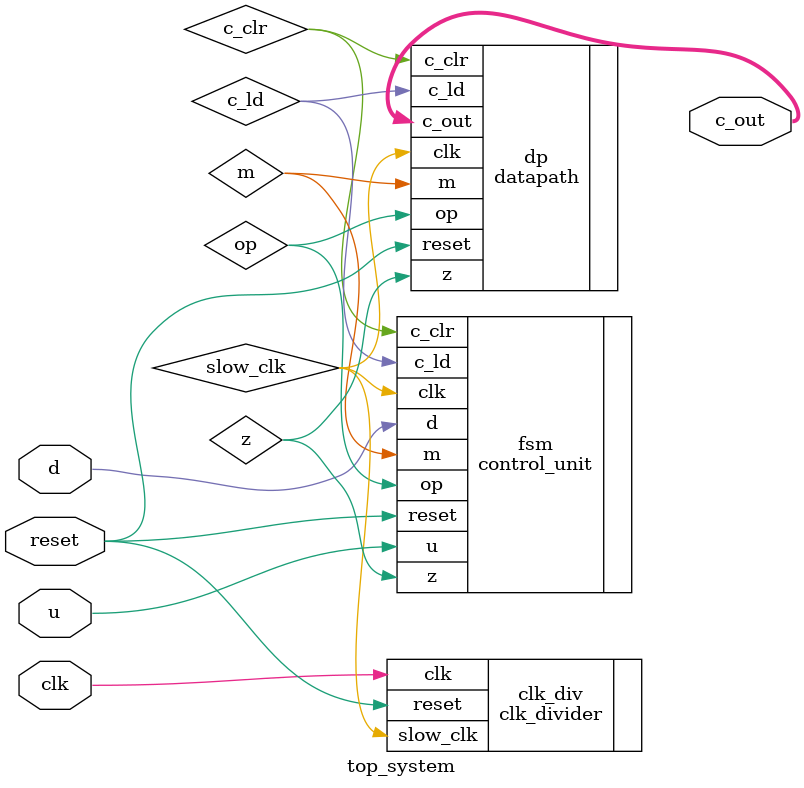
<source format=v>
module top_system (
    input clk,
    input reset,

    //Entradas do controle
    input u, d,

    //Entradas do datapath
    

    //Saídas do controle


    //saídas do datapath
    output [15:0] c_out
);


    //sinais de comando
    wire op, c_ld, c_clr;

    //sinais de status
    wire z, m;
	 
	 //divisor de clock
	 
	 wire slow_clk;

    //Instanciamento de datapath e controle
	 
	 clk_divider clk_div(
	 .clk(clk),
	 .reset(reset),
	 .slow_clk(slow_clk),
	 );


    control_unit fsm(
        .clk(slow_clk),
        .reset(reset),
        .op(op),
        .c_clr(c_clr),
        .c_ld(c_ld),
        .z(z),
        .m(m),
        .u(u),
        .d(d)
    );

    datapath dp(
        .clk(slow_clk),
        .reset(reset),
        .op(op),
        .c_clr(c_clr),
        .c_ld(c_ld),
        .z(z),
        .m(m),
        .c_out(c_out)
    );

endmodule
</source>
